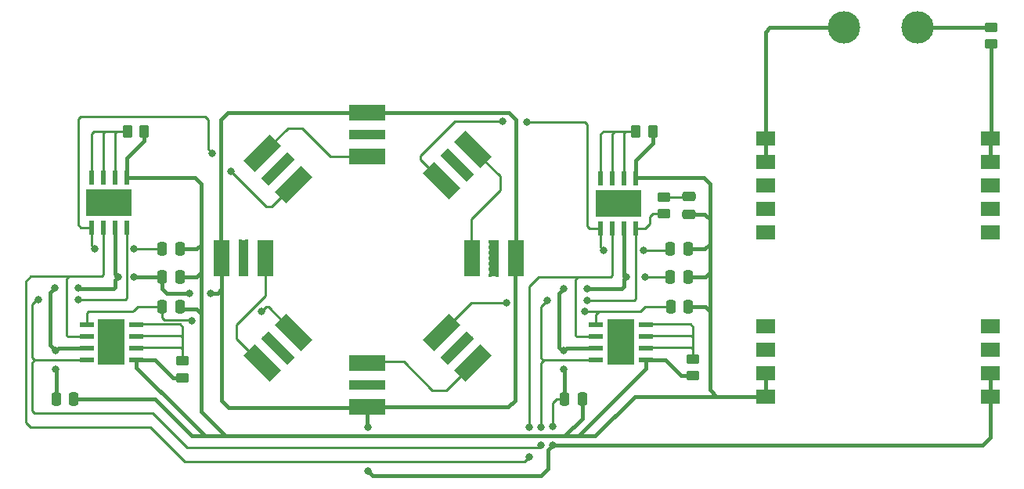
<source format=gtl>
G04 #@! TF.GenerationSoftware,KiCad,Pcbnew,(5.99.0-11497-g0fb864d596)*
G04 #@! TF.CreationDate,2021-08-07T14:48:26-04:00*
G04 #@! TF.ProjectId,K40-LED_PCB,4b34302d-4c45-4445-9f50-43422e6b6963,rev?*
G04 #@! TF.SameCoordinates,Original*
G04 #@! TF.FileFunction,Copper,L1,Top*
G04 #@! TF.FilePolarity,Positive*
%FSLAX46Y46*%
G04 Gerber Fmt 4.6, Leading zero omitted, Abs format (unit mm)*
G04 Created by KiCad (PCBNEW (5.99.0-11497-g0fb864d596)) date 2021-08-07 14:48:26*
%MOMM*%
%LPD*%
G01*
G04 APERTURE LIST*
G04 Aperture macros list*
%AMRoundRect*
0 Rectangle with rounded corners*
0 $1 Rounding radius*
0 $2 $3 $4 $5 $6 $7 $8 $9 X,Y pos of 4 corners*
0 Add a 4 corners polygon primitive as box body*
4,1,4,$2,$3,$4,$5,$6,$7,$8,$9,$2,$3,0*
0 Add four circle primitives for the rounded corners*
1,1,$1+$1,$2,$3*
1,1,$1+$1,$4,$5*
1,1,$1+$1,$6,$7*
1,1,$1+$1,$8,$9*
0 Add four rect primitives between the rounded corners*
20,1,$1+$1,$2,$3,$4,$5,0*
20,1,$1+$1,$4,$5,$6,$7,0*
20,1,$1+$1,$6,$7,$8,$9,0*
20,1,$1+$1,$8,$9,$2,$3,0*%
%AMRotRect*
0 Rectangle, with rotation*
0 The origin of the aperture is its center*
0 $1 length*
0 $2 width*
0 $3 Rotation angle, in degrees counterclockwise*
0 Add horizontal line*
21,1,$1,$2,0,0,$3*%
G04 Aperture macros list end*
G04 #@! TA.AperFunction,ComponentPad*
%ADD10C,0.400000*%
G04 #@! TD*
G04 #@! TA.AperFunction,SMDPad,CuDef*
%ADD11R,1.100000X4.000000*%
G04 #@! TD*
G04 #@! TA.AperFunction,SMDPad,CuDef*
%ADD12R,1.750000X4.000000*%
G04 #@! TD*
G04 #@! TA.AperFunction,SMDPad,CuDef*
%ADD13RotRect,1.100000X4.000000X45.000000*%
G04 #@! TD*
G04 #@! TA.AperFunction,SMDPad,CuDef*
%ADD14RotRect,1.750000X4.000000X45.000000*%
G04 #@! TD*
G04 #@! TA.AperFunction,SMDPad,CuDef*
%ADD15R,4.000000X1.100000*%
G04 #@! TD*
G04 #@! TA.AperFunction,SMDPad,CuDef*
%ADD16R,4.000000X1.750000*%
G04 #@! TD*
G04 #@! TA.AperFunction,SMDPad,CuDef*
%ADD17RotRect,1.100000X4.000000X135.000000*%
G04 #@! TD*
G04 #@! TA.AperFunction,SMDPad,CuDef*
%ADD18RotRect,1.750000X4.000000X135.000000*%
G04 #@! TD*
G04 #@! TA.AperFunction,SMDPad,CuDef*
%ADD19RotRect,1.100000X4.000000X225.000000*%
G04 #@! TD*
G04 #@! TA.AperFunction,SMDPad,CuDef*
%ADD20RotRect,1.750000X4.000000X225.000000*%
G04 #@! TD*
G04 #@! TA.AperFunction,SMDPad,CuDef*
%ADD21RotRect,1.100000X4.000000X315.000000*%
G04 #@! TD*
G04 #@! TA.AperFunction,SMDPad,CuDef*
%ADD22RotRect,1.750000X4.000000X315.000000*%
G04 #@! TD*
G04 #@! TA.AperFunction,ComponentPad*
%ADD23C,3.500000*%
G04 #@! TD*
G04 #@! TA.AperFunction,SMDPad,CuDef*
%ADD24RoundRect,0.250000X-0.250000X-0.475000X0.250000X-0.475000X0.250000X0.475000X-0.250000X0.475000X0*%
G04 #@! TD*
G04 #@! TA.AperFunction,SMDPad,CuDef*
%ADD25RoundRect,0.250000X-0.475000X0.250000X-0.475000X-0.250000X0.475000X-0.250000X0.475000X0.250000X0*%
G04 #@! TD*
G04 #@! TA.AperFunction,SMDPad,CuDef*
%ADD26RoundRect,0.250000X0.262500X0.450000X-0.262500X0.450000X-0.262500X-0.450000X0.262500X-0.450000X0*%
G04 #@! TD*
G04 #@! TA.AperFunction,SMDPad,CuDef*
%ADD27RoundRect,0.250000X0.450000X-0.262500X0.450000X0.262500X-0.450000X0.262500X-0.450000X-0.262500X0*%
G04 #@! TD*
G04 #@! TA.AperFunction,SMDPad,CuDef*
%ADD28RoundRect,0.250000X-0.450000X0.262500X-0.450000X-0.262500X0.450000X-0.262500X0.450000X0.262500X0*%
G04 #@! TD*
G04 #@! TA.AperFunction,SMDPad,CuDef*
%ADD29R,2.030000X1.500000*%
G04 #@! TD*
G04 #@! TA.AperFunction,SMDPad,CuDef*
%ADD30R,0.600000X1.550000*%
G04 #@! TD*
G04 #@! TA.AperFunction,ComponentPad*
%ADD31C,0.300000*%
G04 #@! TD*
G04 #@! TA.AperFunction,SMDPad,CuDef*
%ADD32R,4.900000X2.950000*%
G04 #@! TD*
G04 #@! TA.AperFunction,SMDPad,CuDef*
%ADD33R,1.550000X0.600000*%
G04 #@! TD*
G04 #@! TA.AperFunction,SMDPad,CuDef*
%ADD34R,2.950000X4.900000*%
G04 #@! TD*
G04 #@! TA.AperFunction,SMDPad,CuDef*
%ADD35RoundRect,0.249999X0.450001X-0.262501X0.450001X0.262501X-0.450001X0.262501X-0.450001X-0.262501X0*%
G04 #@! TD*
G04 #@! TA.AperFunction,ViaPad*
%ADD36C,0.800000*%
G04 #@! TD*
G04 #@! TA.AperFunction,Conductor*
%ADD37C,0.250000*%
G04 #@! TD*
G04 #@! TA.AperFunction,Conductor*
%ADD38C,0.381000*%
G04 #@! TD*
G04 APERTURE END LIST*
D10*
X77225500Y-120155127D03*
X77925000Y-120755127D03*
X77925000Y-121355127D03*
X77225500Y-121955127D03*
X77925000Y-121955127D03*
X77925000Y-122555127D03*
X77925000Y-123155127D03*
X77225500Y-122555127D03*
D11*
X77575000Y-121955127D03*
D10*
X77225500Y-121355127D03*
X77225500Y-123755127D03*
X77925000Y-120155127D03*
X77225500Y-123155127D03*
X77925000Y-123755127D03*
X77225500Y-120755127D03*
D12*
X75200000Y-121955127D03*
X79950000Y-121955127D03*
D10*
X82840901Y-132704683D03*
X80224960Y-131077984D03*
X81073488Y-131926512D03*
X81992373Y-131856155D03*
X81497752Y-132350776D03*
X80719581Y-130583363D03*
X80649224Y-131502248D03*
X80295317Y-130159099D03*
X81922016Y-132775040D03*
X79800695Y-130653720D03*
X81143845Y-131007627D03*
D13*
X81320622Y-131679378D03*
D10*
X81568109Y-131431891D03*
X82416637Y-132280419D03*
X82346280Y-133199304D03*
D14*
X79641243Y-133358757D03*
X83000000Y-130000000D03*
D10*
X90928200Y-136020366D03*
X91528200Y-136020366D03*
X89728200Y-135320866D03*
X90328200Y-136020366D03*
X89128200Y-136020366D03*
D15*
X90928200Y-135670866D03*
D10*
X92128200Y-136020366D03*
X89128200Y-135320866D03*
X92728200Y-135320866D03*
X91528200Y-135320866D03*
X90928200Y-135320866D03*
X89728200Y-136020366D03*
X90328200Y-135320866D03*
X92728200Y-136020366D03*
X92128200Y-135320866D03*
D16*
X90928200Y-138045866D03*
X90928200Y-133295866D03*
D10*
X102199304Y-130653720D03*
X100007627Y-131856155D03*
X100431891Y-131431891D03*
X99159099Y-132704683D03*
X99653720Y-133199305D03*
X101350776Y-131502248D03*
X100856155Y-131007627D03*
X100502248Y-132350776D03*
X101775040Y-131077984D03*
X99583363Y-132280419D03*
X100926512Y-131926512D03*
X101280419Y-130583363D03*
X101704683Y-130159099D03*
D17*
X100679378Y-131679378D03*
D10*
X100077984Y-132775040D03*
D18*
X102358757Y-133358757D03*
X99000000Y-130000000D03*
D10*
X104275000Y-123200000D03*
X104974500Y-120800000D03*
X104275000Y-121400000D03*
X104275000Y-120800000D03*
X104974500Y-121400000D03*
X104974500Y-123800000D03*
X104275000Y-123800000D03*
X104974500Y-123200000D03*
X104974500Y-122600000D03*
X104275000Y-120200000D03*
X104275000Y-122600000D03*
D11*
X104625000Y-122000000D03*
D10*
X104275000Y-122000000D03*
X104974500Y-120200000D03*
X104974500Y-122000000D03*
D12*
X107000000Y-122000000D03*
X102250000Y-122000000D03*
D10*
X100926512Y-111640845D03*
D19*
X100679378Y-111887979D03*
D10*
X101280419Y-112983994D03*
X102199305Y-112913637D03*
X100856155Y-112559730D03*
X99653720Y-110368053D03*
X101704683Y-113408258D03*
X101350776Y-112065109D03*
X100502248Y-111216581D03*
X100007627Y-111711202D03*
X99159099Y-110862674D03*
X100431891Y-112135466D03*
X100077984Y-110792317D03*
X99583363Y-111286938D03*
X101775040Y-112489373D03*
D20*
X102358757Y-110208600D03*
X99000000Y-113567357D03*
D10*
X92161200Y-108273700D03*
X92161200Y-108973200D03*
X91561200Y-108973200D03*
D15*
X90961200Y-108623200D03*
D10*
X92761200Y-108273700D03*
X89761200Y-108973200D03*
X92761200Y-108973200D03*
X89161200Y-108973200D03*
X91561200Y-108273700D03*
X89161200Y-108273700D03*
X90961200Y-108973200D03*
X90961200Y-108273700D03*
X90361200Y-108273700D03*
X89761200Y-108273700D03*
X90361200Y-108973200D03*
D16*
X90961200Y-106248200D03*
X90961200Y-110998200D03*
D10*
X81922016Y-111224960D03*
X80719581Y-113416637D03*
X80295317Y-113840901D03*
X82416637Y-111719581D03*
X81497752Y-111649224D03*
D21*
X81320622Y-112320622D03*
D10*
X81992373Y-112143845D03*
X80649224Y-112497752D03*
X82840901Y-111295317D03*
X81568109Y-112568109D03*
X79800696Y-113346280D03*
X82346280Y-110800695D03*
X80224960Y-112922016D03*
X81073488Y-112073488D03*
X81143845Y-112992373D03*
D22*
X79641243Y-110641243D03*
X83000000Y-114000000D03*
D23*
X142500000Y-97000000D03*
X150500000Y-97000000D03*
D24*
X68800000Y-124000000D03*
X70700000Y-124000000D03*
X68800000Y-121000000D03*
X70700000Y-121000000D03*
X57300000Y-137250000D03*
X59200000Y-137250000D03*
X68800000Y-127250000D03*
X70700000Y-127250000D03*
X112300000Y-137250000D03*
X114200000Y-137250000D03*
X123800000Y-127250000D03*
X125700000Y-127250000D03*
X123750000Y-124000000D03*
X125650000Y-124000000D03*
X123750000Y-121000000D03*
X125650000Y-121000000D03*
D25*
X125750000Y-115300000D03*
X125750000Y-117200000D03*
D26*
X66820000Y-108250000D03*
X64995000Y-108250000D03*
D27*
X71000000Y-134912500D03*
X71000000Y-133087500D03*
X126200000Y-134712500D03*
X126200000Y-132887500D03*
D28*
X123000000Y-115337500D03*
X123000000Y-117162500D03*
D29*
X134000000Y-109000000D03*
X134000000Y-111540000D03*
X134000000Y-114080000D03*
X134000000Y-116620000D03*
X134000000Y-119160000D03*
X134000000Y-129320000D03*
X134000000Y-131860000D03*
X134000000Y-134400000D03*
X134000000Y-136940000D03*
X158370000Y-136940000D03*
X158370000Y-134400000D03*
X158370000Y-131860000D03*
X158370000Y-129320000D03*
X158370000Y-119160000D03*
X158370000Y-116620000D03*
X158370000Y-114080000D03*
X158370000Y-111540000D03*
X158370000Y-109000000D03*
D30*
X61135000Y-118650000D03*
X62405000Y-118650000D03*
X63675000Y-118650000D03*
X64945000Y-118650000D03*
X64945000Y-113250000D03*
X63675000Y-113250000D03*
X62405000Y-113250000D03*
X61135000Y-113250000D03*
D31*
X64990000Y-115300000D03*
X62390000Y-116600000D03*
X61090000Y-115300000D03*
X63690000Y-116600000D03*
X61090000Y-116600000D03*
X62390000Y-115300000D03*
D32*
X63040000Y-115950000D03*
D31*
X64990000Y-116600000D03*
X63690000Y-115300000D03*
D33*
X60600000Y-129159000D03*
X60600000Y-130429000D03*
X60600000Y-131699000D03*
X60600000Y-132969000D03*
X66000000Y-132969000D03*
X66000000Y-131699000D03*
X66000000Y-130429000D03*
X66000000Y-129159000D03*
D31*
X63950000Y-133014000D03*
X62650000Y-130414000D03*
X63950000Y-131714000D03*
X62650000Y-131714000D03*
D34*
X63300000Y-131064000D03*
D31*
X62650000Y-133014000D03*
X62650000Y-129114000D03*
X63950000Y-130414000D03*
X63950000Y-129114000D03*
D33*
X115664000Y-129159000D03*
X115664000Y-130429000D03*
X115664000Y-131699000D03*
X115664000Y-132969000D03*
X121064000Y-132969000D03*
X121064000Y-131699000D03*
X121064000Y-130429000D03*
X121064000Y-129159000D03*
D31*
X119014000Y-133014000D03*
X119014000Y-130414000D03*
X117714000Y-130414000D03*
X119014000Y-131714000D03*
X117714000Y-131714000D03*
D34*
X118364000Y-131064000D03*
D31*
X119014000Y-129114000D03*
X117714000Y-129114000D03*
X117714000Y-133014000D03*
D35*
X158400000Y-98812500D03*
X158400000Y-96987500D03*
D30*
X116199000Y-118778000D03*
X117469000Y-118778000D03*
X118739000Y-118778000D03*
X120009000Y-118778000D03*
X120009000Y-113378000D03*
X118739000Y-113378000D03*
X117469000Y-113378000D03*
X116199000Y-113378000D03*
D31*
X117454000Y-115428000D03*
X117454000Y-116728000D03*
X120054000Y-116728000D03*
D32*
X118104000Y-116078000D03*
D31*
X116154000Y-116728000D03*
X118754000Y-116728000D03*
X118754000Y-115428000D03*
X116154000Y-115428000D03*
X120054000Y-115428000D03*
D26*
X121827500Y-108242000D03*
X120002500Y-108242000D03*
D36*
X91000000Y-145000000D03*
X57250000Y-132000000D03*
X59690000Y-125222000D03*
X64000000Y-124000000D03*
X110998000Y-142240000D03*
X110998000Y-140208000D03*
X121000000Y-124000000D03*
X57250000Y-134000000D03*
X114766000Y-125270000D03*
X91000000Y-140250000D03*
X112200000Y-132000000D03*
X65750000Y-124000000D03*
X112200000Y-134000000D03*
X71750000Y-125750000D03*
X119000000Y-124000000D03*
X112226000Y-125270000D03*
X57150000Y-125222000D03*
X74000000Y-125750000D03*
X74200000Y-110600000D03*
X76200000Y-112600000D03*
X65750000Y-121000000D03*
X61500000Y-121000000D03*
X79500000Y-127750000D03*
X72000000Y-128750000D03*
X114500000Y-127750000D03*
X106000000Y-126800000D03*
X120800000Y-121100000D03*
X108250000Y-107250000D03*
X105600000Y-107200000D03*
X116550000Y-121100000D03*
X109750000Y-142250000D03*
X114766000Y-126540000D03*
X59690000Y-126492000D03*
X109750000Y-140250000D03*
X55372000Y-126492000D03*
X110448000Y-126540000D03*
X108500000Y-140250000D03*
X108500000Y-143500000D03*
D37*
X87000000Y-111000000D02*
X91000000Y-111000000D01*
X83900000Y-107900000D02*
X87000000Y-111000000D01*
X82382486Y-107900000D02*
X83900000Y-107900000D01*
X79641243Y-110641243D02*
X82382486Y-107900000D01*
X76800000Y-129150000D02*
X79900000Y-126050000D01*
X79541243Y-133408757D02*
X76800000Y-130667514D01*
X79900000Y-126050000D02*
X79900000Y-122050000D01*
X76800000Y-130667514D02*
X76800000Y-129150000D01*
X102258757Y-133508757D02*
X99517514Y-136250000D01*
X99517514Y-136250000D02*
X98000000Y-136250000D01*
X94900000Y-133150000D02*
X90900000Y-133150000D01*
X98000000Y-136250000D02*
X94900000Y-133150000D01*
X105300000Y-113082486D02*
X105300000Y-114600000D01*
X102200000Y-117700000D02*
X102200000Y-121700000D01*
X102558757Y-110341243D02*
X105300000Y-113082486D01*
X105300000Y-114600000D02*
X102200000Y-117700000D01*
D38*
X158400000Y-98812500D02*
X158400000Y-108970000D01*
D37*
X158400000Y-108970000D02*
X158370000Y-109000000D01*
D38*
X158370000Y-109000000D02*
X158370000Y-111540000D01*
X112050000Y-141200000D02*
X75600000Y-141200000D01*
X66000000Y-132969000D02*
X66000000Y-133800000D01*
X64945000Y-113250000D02*
X72356000Y-113250000D01*
X73000000Y-120500000D02*
X73000000Y-122600000D01*
X119996000Y-113378000D02*
X119996000Y-111361000D01*
X72356000Y-113250000D02*
X73000000Y-113894000D01*
X127500000Y-124000000D02*
X128000000Y-123500000D01*
X72500000Y-121000000D02*
X73000000Y-120500000D01*
X73000000Y-113894000D02*
X73000000Y-120500000D01*
X73400000Y-139000000D02*
X75600000Y-141200000D01*
X64925000Y-111145000D02*
X66820000Y-109250000D01*
X124912500Y-134712500D02*
X126200000Y-134712500D01*
X73000000Y-122600000D02*
X73000000Y-122834000D01*
X119996000Y-111361000D02*
X121827500Y-109529500D01*
X113800000Y-141200000D02*
X115600000Y-141200000D01*
X114200000Y-139300000D02*
X112300000Y-141200000D01*
X134000000Y-134400000D02*
X134000000Y-136940000D01*
X73000000Y-138600000D02*
X73400000Y-139000000D01*
X115600000Y-141200000D02*
X119860000Y-136940000D01*
X128000000Y-117750000D02*
X128000000Y-136200000D01*
X119945000Y-113250000D02*
X127356000Y-113250000D01*
X128000000Y-113894000D02*
X128000000Y-117750000D01*
X73000000Y-123500000D02*
X73000000Y-128000000D01*
X123169000Y-132969000D02*
X124912500Y-134712500D01*
D37*
X112300000Y-141200000D02*
X112050000Y-141200000D01*
D38*
X66000000Y-133800000D02*
X71200000Y-139000000D01*
X66000000Y-132969000D02*
X67969000Y-132969000D01*
X70700000Y-124000000D02*
X72500000Y-124000000D01*
X121827500Y-109529500D02*
X121827500Y-108242000D01*
X71200000Y-139000000D02*
X73400000Y-141200000D01*
X72500000Y-124000000D02*
X73000000Y-123500000D01*
X70700000Y-121000000D02*
X72500000Y-121000000D01*
X113600000Y-141200000D02*
X112050000Y-141200000D01*
X67969000Y-132969000D02*
X69912500Y-134912500D01*
X121064000Y-132969000D02*
X121064000Y-133936000D01*
X72500000Y-127500000D02*
X73000000Y-128000000D01*
X66820000Y-109250000D02*
X66820000Y-108250000D01*
X125650000Y-121000000D02*
X127450000Y-121000000D01*
X127450000Y-121000000D02*
X127950000Y-120500000D01*
X121064000Y-132969000D02*
X123169000Y-132969000D01*
X128000000Y-136200000D02*
X128740000Y-136940000D01*
X68000000Y-137250000D02*
X71950000Y-141200000D01*
X119860000Y-136940000D02*
X128740000Y-136940000D01*
X127450000Y-117200000D02*
X128000000Y-117750000D01*
X125700000Y-124000000D02*
X127500000Y-124000000D01*
X73000000Y-128000000D02*
X73000000Y-138600000D01*
X113800000Y-141200000D02*
X113600000Y-141200000D01*
X59200000Y-137250000D02*
X68000000Y-137250000D01*
X127356000Y-113250000D02*
X128000000Y-113894000D01*
X127500000Y-127250000D02*
X128000000Y-127750000D01*
X121064000Y-133936000D02*
X113800000Y-141200000D01*
X125750000Y-117200000D02*
X127450000Y-117200000D01*
X75600000Y-141200000D02*
X73400000Y-141200000D01*
X71950000Y-141200000D02*
X73400000Y-141200000D01*
X69912500Y-134912500D02*
X71000000Y-134912500D01*
X125700000Y-127250000D02*
X127500000Y-127250000D01*
X70700000Y-127500000D02*
X72500000Y-127500000D01*
X128740000Y-136940000D02*
X134000000Y-136940000D01*
X64925000Y-113250000D02*
X64925000Y-111145000D01*
X114200000Y-137250000D02*
X114200000Y-139300000D01*
X73000000Y-122834000D02*
X73000000Y-123500000D01*
X75148200Y-122238800D02*
X75148200Y-106951800D01*
X75148200Y-106951800D02*
X75900000Y-106200000D01*
X75900000Y-106200000D02*
X90900000Y-106200000D01*
X75951800Y-138151800D02*
X75200000Y-137400000D01*
X91238800Y-138151800D02*
X75951800Y-138151800D01*
X106200000Y-138100000D02*
X91200000Y-138100000D01*
X106951800Y-137348200D02*
X106200000Y-138100000D01*
X106951800Y-122061200D02*
X106951800Y-137348200D01*
D37*
X59718000Y-125250000D02*
X59690000Y-125222000D01*
D38*
X68800000Y-124000000D02*
X68800000Y-125300000D01*
X63675000Y-125075000D02*
X63500000Y-125250000D01*
X68800000Y-125300000D02*
X69250000Y-125750000D01*
X91500000Y-145500000D02*
X108000000Y-145500000D01*
D37*
X110998000Y-137668000D02*
X110998000Y-140208000D01*
X123750000Y-124000000D02*
X121000000Y-124000000D01*
D38*
X111718000Y-125778000D02*
X111718000Y-131620000D01*
X63675000Y-123325000D02*
X63675000Y-123675000D01*
X110490000Y-142748000D02*
X110490000Y-144780000D01*
X110998000Y-142240000D02*
X110490000Y-142748000D01*
X69250000Y-125750000D02*
X71750000Y-125750000D01*
X57300000Y-134050000D02*
X57300000Y-137250000D01*
X63500000Y-125250000D02*
X59718000Y-125250000D01*
D37*
X111416000Y-137250000D02*
X110998000Y-137668000D01*
X90928200Y-140178200D02*
X91000000Y-140250000D01*
D38*
X57551000Y-131699000D02*
X57250000Y-132000000D01*
X158370000Y-136940000D02*
X158370000Y-134400000D01*
X56642000Y-131392000D02*
X56642000Y-125730000D01*
X110490000Y-144780000D02*
X109770000Y-145500000D01*
X118480000Y-125270000D02*
X114766000Y-125270000D01*
X112200000Y-132000000D02*
X112098000Y-132000000D01*
X68800000Y-124000000D02*
X65750000Y-124000000D01*
X112226000Y-125270000D02*
X111718000Y-125778000D01*
X75200000Y-125300000D02*
X75200000Y-122400000D01*
X60600000Y-131699000D02*
X57551000Y-131699000D01*
X112501000Y-131699000D02*
X112200000Y-132000000D01*
X63675000Y-123675000D02*
X64000000Y-124000000D01*
X106248200Y-106248200D02*
X107000000Y-107000000D01*
X112098000Y-132000000D02*
X111718000Y-131620000D01*
D37*
X57250000Y-134000000D02*
X57300000Y-134050000D01*
D38*
X63675000Y-124325000D02*
X64000000Y-124000000D01*
X158370000Y-141380000D02*
X158370000Y-136940000D01*
X109770000Y-145500000D02*
X108000000Y-145500000D01*
X118750000Y-124250000D02*
X118750000Y-125000000D01*
D37*
X112226000Y-125270000D02*
X112020000Y-125270000D01*
D38*
X157510000Y-142240000D02*
X158370000Y-141380000D01*
X90928200Y-138045866D02*
X90928200Y-140178200D01*
X115550000Y-131699000D02*
X112501000Y-131699000D01*
X118750000Y-125000000D02*
X118480000Y-125270000D01*
X118739000Y-118778000D02*
X118739000Y-123739000D01*
D37*
X112300000Y-137250000D02*
X111416000Y-137250000D01*
D38*
X63675000Y-125075000D02*
X63675000Y-124325000D01*
X110998000Y-142240000D02*
X157510000Y-142240000D01*
X57250000Y-132000000D02*
X56642000Y-131392000D01*
X74000000Y-125750000D02*
X74750000Y-125750000D01*
X75200000Y-137400000D02*
X75200000Y-125300000D01*
X74750000Y-125750000D02*
X75200000Y-125300000D01*
D37*
X60549000Y-131750000D02*
X60600000Y-131699000D01*
D38*
X112250000Y-134050000D02*
X112250000Y-137250000D01*
X57150000Y-125222000D02*
X56642000Y-125730000D01*
D37*
X119000000Y-124000000D02*
X118750000Y-124250000D01*
D38*
X118739000Y-123739000D02*
X119000000Y-124000000D01*
X91000000Y-145000000D02*
X91500000Y-145500000D01*
X107000000Y-107000000D02*
X107000000Y-122000000D01*
X90961200Y-106248200D02*
X106248200Y-106248200D01*
X63675000Y-118650000D02*
X63675000Y-123325000D01*
D37*
X59976000Y-118650000D02*
X59690000Y-118364000D01*
X80000000Y-116400000D02*
X76200000Y-112600000D01*
X59690000Y-118364000D02*
X59690000Y-106934000D01*
X59690000Y-106934000D02*
X59944000Y-106680000D01*
X73406000Y-106680000D02*
X73748000Y-107022000D01*
X61135000Y-120635000D02*
X61135000Y-118650000D01*
X61135000Y-118650000D02*
X59976000Y-118650000D01*
X80600000Y-116400000D02*
X80200000Y-116400000D01*
X74200000Y-110600000D02*
X73748000Y-110148000D01*
X61500000Y-121000000D02*
X61135000Y-120635000D01*
X80200000Y-116400000D02*
X80000000Y-116400000D01*
X59944000Y-106680000D02*
X73406000Y-106680000D01*
X83000000Y-114000000D02*
X80600000Y-116400000D01*
X68800000Y-121000000D02*
X65750000Y-121000000D01*
X73748000Y-107022000D02*
X73748000Y-110148000D01*
X80250000Y-127250000D02*
X83000000Y-130000000D01*
X60674500Y-127924500D02*
X60827000Y-127772000D01*
X65674500Y-127674500D02*
X65577000Y-127772000D01*
X60600000Y-129159000D02*
X60600000Y-127999000D01*
X60600000Y-127999000D02*
X60674500Y-127924500D01*
X71895480Y-128645480D02*
X72000000Y-128750000D01*
X80000000Y-127250000D02*
X80250000Y-127250000D01*
X69000000Y-128645480D02*
X71895480Y-128645480D01*
X79500000Y-127750000D02*
X80000000Y-127250000D01*
X66099000Y-127250000D02*
X65674500Y-127674500D01*
X65577000Y-127772000D02*
X60827000Y-127772000D01*
X68800000Y-128445480D02*
X69000000Y-128645480D01*
X68800000Y-127250000D02*
X68800000Y-128445480D01*
X68800000Y-127250000D02*
X66099000Y-127250000D01*
X116000000Y-127750000D02*
X114500000Y-127750000D01*
X123800000Y-127250000D02*
X121000000Y-127250000D01*
X120500000Y-127750000D02*
X116000000Y-127750000D01*
X121000000Y-127250000D02*
X120500000Y-127750000D01*
X102200000Y-126800000D02*
X99000000Y-130000000D01*
X115664000Y-129159000D02*
X115664000Y-128086000D01*
X115664000Y-128086000D02*
X116000000Y-127750000D01*
X106000000Y-126800000D02*
X102200000Y-126800000D01*
X100407357Y-107200000D02*
X105600000Y-107200000D01*
X116159000Y-118750000D02*
X115000000Y-118750000D01*
X114714000Y-118464000D02*
X114714000Y-107464000D01*
X108250000Y-107250000D02*
X114500000Y-107250000D01*
X115000000Y-118750000D02*
X114714000Y-118464000D01*
X114500000Y-107250000D02*
X114714000Y-107464000D01*
X123850000Y-121100000D02*
X120800000Y-121100000D01*
X116185000Y-120735000D02*
X116185000Y-118750000D01*
X116211000Y-120111000D02*
X116211000Y-118698000D01*
X96703679Y-110903679D02*
X100407357Y-107200000D01*
X116550000Y-121100000D02*
X116185000Y-120735000D01*
X96703679Y-111271036D02*
X96703679Y-110903679D01*
X99000000Y-113567357D02*
X96703679Y-111271036D01*
X123000000Y-115337500D02*
X125712500Y-115337500D01*
X125712500Y-115337500D02*
X125750000Y-115300000D01*
D38*
X150500000Y-97000000D02*
X158387500Y-97000000D01*
D37*
X158387500Y-97000000D02*
X158400000Y-96987500D01*
X61420000Y-108250000D02*
X62620000Y-108250000D01*
X63820000Y-108250000D02*
X64995000Y-108250000D01*
X62385000Y-108485000D02*
X62620000Y-108250000D01*
X63655000Y-108415000D02*
X63820000Y-108250000D01*
X62620000Y-108250000D02*
X63820000Y-108250000D01*
X61115000Y-108555000D02*
X61420000Y-108250000D01*
X63655000Y-113250000D02*
X63655000Y-108415000D01*
X62385000Y-113250000D02*
X62385000Y-108485000D01*
X61115000Y-113250000D02*
X61115000Y-108555000D01*
X66000000Y-129095000D02*
X70695000Y-129095000D01*
X70695000Y-129095000D02*
X71000000Y-129400000D01*
X70765000Y-130365000D02*
X71000000Y-130600000D01*
X71000000Y-129400000D02*
X71000000Y-130600000D01*
X66000000Y-130365000D02*
X70765000Y-130365000D01*
X71000000Y-131800000D02*
X71000000Y-132975000D01*
X66000000Y-131635000D02*
X70835000Y-131635000D01*
X71000000Y-130600000D02*
X71000000Y-131800000D01*
X70835000Y-131635000D02*
X71000000Y-131800000D01*
X121200000Y-129095000D02*
X125895000Y-129095000D01*
X125895000Y-129095000D02*
X126200000Y-129400000D01*
X125965000Y-130365000D02*
X126200000Y-130600000D01*
X126200000Y-129400000D02*
X126200000Y-130600000D01*
X121200000Y-130365000D02*
X125965000Y-130365000D01*
X126200000Y-131800000D02*
X126200000Y-132975000D01*
X121200000Y-131635000D02*
X126035000Y-131635000D01*
X126200000Y-130600000D02*
X126200000Y-131800000D01*
X126035000Y-131635000D02*
X126200000Y-131800000D01*
X116210000Y-113242000D02*
X116210000Y-108547000D01*
X116210000Y-108547000D02*
X116515000Y-108242000D01*
X117480000Y-108477000D02*
X117715000Y-108242000D01*
X116515000Y-108242000D02*
X117715000Y-108242000D01*
X117480000Y-113242000D02*
X117480000Y-108477000D01*
X118915000Y-108242000D02*
X120090000Y-108242000D01*
X118750000Y-113242000D02*
X118750000Y-108407000D01*
X117715000Y-108242000D02*
X118915000Y-108242000D01*
X118750000Y-108407000D02*
X118915000Y-108242000D01*
X109500000Y-142500000D02*
X71500000Y-142500000D01*
X110062000Y-133000000D02*
X109781000Y-133281000D01*
X121500000Y-117500000D02*
X121837500Y-117162500D01*
X119846000Y-126540000D02*
X120021000Y-126365000D01*
X54750000Y-132750000D02*
X54750000Y-127000000D01*
X109781000Y-132781000D02*
X109781000Y-127207000D01*
X114766000Y-126540000D02*
X119846000Y-126540000D01*
X54969000Y-132969000D02*
X54750000Y-132750000D01*
X60600000Y-132969000D02*
X55219000Y-132969000D01*
X55219000Y-132969000D02*
X54969000Y-132969000D01*
X121500000Y-118250000D02*
X121500000Y-117500000D01*
X121837500Y-117162500D02*
X123000000Y-117162500D01*
X64770000Y-126492000D02*
X64945000Y-126317000D01*
X109781000Y-138531000D02*
X109781000Y-140219000D01*
X55000000Y-138750000D02*
X54750000Y-138500000D01*
X109781000Y-140219000D02*
X109750000Y-140250000D01*
X120009000Y-118778000D02*
X120972000Y-118778000D01*
X109750000Y-142250000D02*
X109500000Y-142500000D01*
X67750000Y-138750000D02*
X55000000Y-138750000D01*
X55258000Y-126492000D02*
X55372000Y-126492000D01*
X110000000Y-133000000D02*
X109781000Y-132781000D01*
X64945000Y-126317000D02*
X64945000Y-118650000D01*
X71500000Y-142500000D02*
X67750000Y-138750000D01*
X59690000Y-126492000D02*
X64770000Y-126492000D01*
X120972000Y-118778000D02*
X121500000Y-118250000D01*
X54750000Y-127000000D02*
X55258000Y-126492000D01*
X115631000Y-133000000D02*
X110000000Y-133000000D01*
X109781000Y-133281000D02*
X109781000Y-138531000D01*
X54750000Y-133250000D02*
X55031000Y-132969000D01*
X120021000Y-126365000D02*
X120021000Y-118698000D01*
X54750000Y-138500000D02*
X54750000Y-133250000D01*
X109781000Y-127207000D02*
X110448000Y-126540000D01*
X55031000Y-132969000D02*
X55219000Y-132969000D01*
D38*
X134000000Y-109000000D02*
X134000000Y-97500000D01*
X134000000Y-97500000D02*
X134500000Y-97000000D01*
X134500000Y-97000000D02*
X142500000Y-97000000D01*
X134000000Y-111540000D02*
X134000000Y-109000000D01*
D37*
X58420000Y-124206000D02*
X58420000Y-130302000D01*
X58547000Y-130429000D02*
X60600000Y-130429000D01*
X108500000Y-125000000D02*
X108500000Y-140250000D01*
X113750000Y-124000000D02*
X109500000Y-124000000D01*
X113750000Y-124000000D02*
X113496000Y-124254000D01*
X58798000Y-123952000D02*
X58674000Y-123952000D01*
X71250000Y-144000000D02*
X67500000Y-140250000D01*
X58798000Y-123952000D02*
X54548000Y-123952000D01*
X62405000Y-123777000D02*
X62230000Y-123952000D01*
X117481000Y-123825000D02*
X117481000Y-118698000D01*
X108000000Y-144000000D02*
X71250000Y-144000000D01*
X62405000Y-123777000D02*
X62405000Y-118650000D01*
X54000000Y-139750000D02*
X54500000Y-140250000D01*
X62230000Y-123952000D02*
X58798000Y-123952000D01*
X109500000Y-124000000D02*
X109250000Y-124250000D01*
X58420000Y-130302000D02*
X58547000Y-130429000D01*
X109000000Y-124500000D02*
X108500000Y-125000000D01*
X54500000Y-140250000D02*
X67500000Y-140250000D01*
X108500000Y-143500000D02*
X108000000Y-144000000D01*
X117481000Y-123825000D02*
X117306000Y-124000000D01*
X109250000Y-124250000D02*
X109000000Y-124500000D01*
X54000000Y-124500000D02*
X54000000Y-138750000D01*
X54000000Y-138750000D02*
X54000000Y-139750000D01*
X113496000Y-130350000D02*
X113623000Y-130477000D01*
X113496000Y-124254000D02*
X113496000Y-130350000D01*
X54548000Y-123952000D02*
X54000000Y-124500000D01*
X117306000Y-124000000D02*
X113750000Y-124000000D01*
X113623000Y-130477000D02*
X115676000Y-130477000D01*
X58674000Y-123952000D02*
X58420000Y-124206000D01*
M02*

</source>
